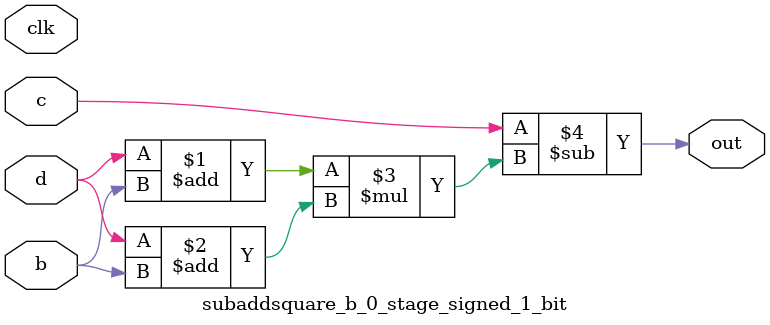
<source format=sv>
(* use_dsp = "yes" *) module subaddsquare_b_0_stage_signed_1_bit(
	input signed [0:0] b,
	input signed [0:0] c,
	input signed [0:0] d,
	output [0:0] out,
	input clk);

	assign out = c - ((d + b) * (d + b));
endmodule

</source>
